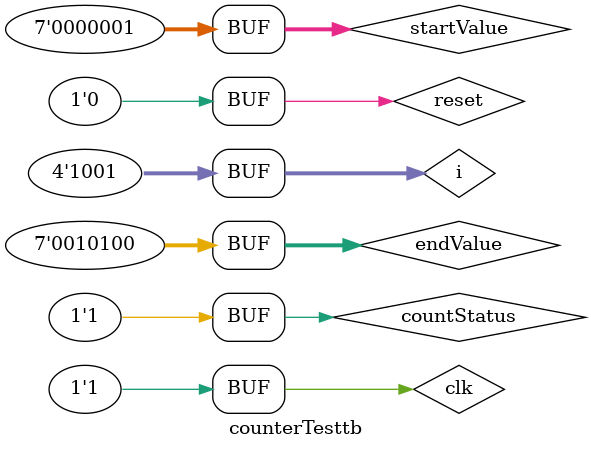
<source format=v>
`timescale 1ns / 1ps


module counterTesttb;

	// Inputs
	reg [6:0] startValue;
	reg [6:0] endValue;
	reg countStatus;
	reg reset;
	reg clk;

	// Outputs
	wire [6:0] currentValue;

	// Instantiate the Unit Under Test (UUT)
	incrementToValue uut (
		.startValue(startValue), 
		.endValue(endValue), 
		.countStatus(countStatus), 
		.reset(reset), 
		.clk(clk), 
		.RST(RST),
		.currentValue(currentValue)
	);

	reg [3:0] i; //for debug.
	
	initial begin
		// Initialize Inputs
		startValue = 1;
		endValue = 20;
		countStatus = 1;
		reset = 0;
		clk = 0;
// Add stimulus here
		for(i = 0; i < 25; i = i + 1)
			begin
				clk = ~clk;
				#20;
			end
		// Wait 100 ns for global reset to finish
		#100;
        
		

	end
      
endmodule


</source>
